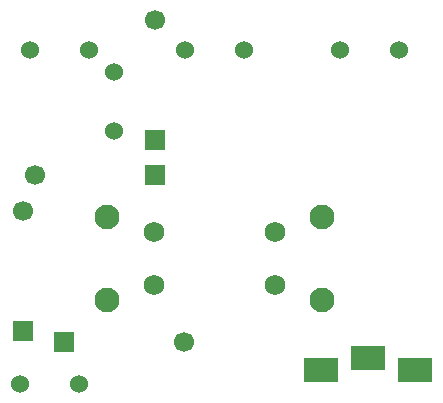
<source format=gtl>
%TF.GenerationSoftware,KiCad,Pcbnew,4.0.4-stable*%
%TF.CreationDate,2016-09-26T21:41:57+01:00*%
%TF.ProjectId,ControlesVolante,436F6E74726F6C6573566F6C616E7465,rev?*%
%TF.FileFunction,Copper,L1,Top,Signal*%
%FSLAX46Y46*%
G04 Gerber Fmt 4.6, Leading zero omitted, Abs format (unit mm)*
G04 Created by KiCad (PCBNEW 4.0.4-stable) date Mon Sep 26 21:41:57 2016*
%MOMM*%
%LPD*%
G01*
G04 APERTURE LIST*
%ADD10C,0.100000*%
%ADD11C,1.699260*%
%ADD12R,1.699260X1.699260*%
%ADD13R,3.000000X2.000000*%
%ADD14C,1.524000*%
%ADD15C,2.100000*%
%ADD16C,1.750000*%
G04 APERTURE END LIST*
D10*
D11*
X175070520Y-115297460D03*
D12*
X164910520Y-115297460D03*
D13*
X194610000Y-117700000D03*
X186610000Y-117700000D03*
X190610000Y-116700000D03*
D11*
X161407460Y-104239480D03*
D12*
X161407460Y-114399480D03*
D11*
X172607460Y-88039480D03*
D12*
X172607460Y-98199480D03*
D11*
X162449480Y-101202540D03*
D12*
X172609480Y-101202540D03*
D14*
X175110000Y-90600000D03*
X180110000Y-90600000D03*
X193210000Y-90600000D03*
X188210000Y-90600000D03*
X167010000Y-90600000D03*
X162010000Y-90600000D03*
X166110000Y-118900000D03*
X161110000Y-118900000D03*
X169110000Y-97450000D03*
X169110000Y-92450000D03*
D15*
X186710000Y-104740000D03*
D16*
X182710000Y-106000000D03*
X182710000Y-110500000D03*
D15*
X186710000Y-111750000D03*
X168510000Y-111760000D03*
D16*
X172510000Y-110500000D03*
X172510000Y-106000000D03*
D15*
X168510000Y-104750000D03*
M02*

</source>
